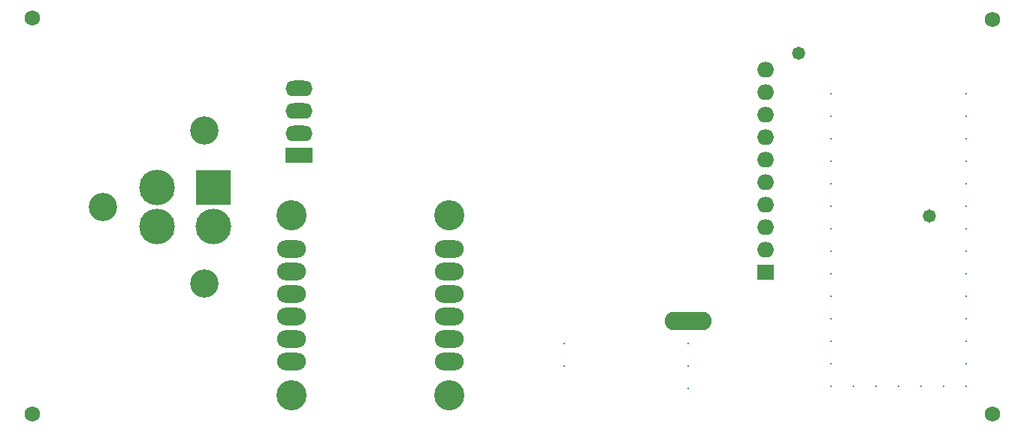
<source format=gbr>
%TF.GenerationSoftware,Altium Limited,Altium Designer,25.1.2 (22)*%
G04 Layer_Color=8388736*
%FSLAX45Y45*%
%MOMM*%
%TF.SameCoordinates,757FA7A9-4291-4AF8-8684-A19F9D108C22*%
%TF.FilePolarity,Negative*%
%TF.FileFunction,Soldermask,Top*%
%TF.Part,Single*%
G01*
G75*
%TA.AperFunction,ComponentPad*%
%ADD11R,1.90500X1.77800*%
%ADD12O,1.90500X1.77800*%
%ADD13O,3.04800X1.77800*%
%ADD16R,3.04800X1.77800*%
%ADD30C,0.20320*%
%ADD31O,3.25120X1.98120*%
%ADD32C,3.40320*%
%ADD33O,5.28320X2.10820*%
%TA.AperFunction,ViaPad*%
%ADD34C,1.72720*%
%TA.AperFunction,ComponentPad*%
%ADD35C,4.01320*%
%ADD36R,4.01320X4.01320*%
%ADD37C,3.19320*%
%TA.AperFunction,ViaPad*%
%ADD38C,1.47320*%
D11*
X11163300Y4191000D02*
D03*
D12*
Y4445000D02*
D03*
Y4699000D02*
D03*
Y4953000D02*
D03*
Y5207000D02*
D03*
Y5461000D02*
D03*
Y5715000D02*
D03*
Y5969000D02*
D03*
Y6223000D02*
D03*
Y6477000D02*
D03*
D13*
X5905500Y5761800D02*
D03*
Y6011800D02*
D03*
Y6261800D02*
D03*
D16*
Y5511800D02*
D03*
D30*
X11899900Y2908300D02*
D03*
Y3162300D02*
D03*
Y3416300D02*
D03*
Y3670300D02*
D03*
Y3924300D02*
D03*
Y4178300D02*
D03*
Y4432300D02*
D03*
Y4686300D02*
D03*
Y4940300D02*
D03*
Y5194300D02*
D03*
Y5448300D02*
D03*
Y5702300D02*
D03*
Y5956300D02*
D03*
Y6210300D02*
D03*
X13423900Y2908300D02*
D03*
Y3162300D02*
D03*
Y3416300D02*
D03*
Y3670300D02*
D03*
Y3924300D02*
D03*
Y4178300D02*
D03*
Y4432300D02*
D03*
Y4686300D02*
D03*
Y4940300D02*
D03*
Y5194300D02*
D03*
Y5448300D02*
D03*
Y5702300D02*
D03*
Y5956300D02*
D03*
Y6210300D02*
D03*
X12153900Y2908300D02*
D03*
X12407900D02*
D03*
X12661900D02*
D03*
X12915900D02*
D03*
X13169901D02*
D03*
X10287000Y3390900D02*
D03*
Y3136900D02*
D03*
Y2882900D02*
D03*
X8890000Y3136900D02*
D03*
Y3390900D02*
D03*
D31*
X7594600Y3187700D02*
D03*
Y3441700D02*
D03*
Y3695700D02*
D03*
Y3949700D02*
D03*
Y4203700D02*
D03*
Y4457700D02*
D03*
X5816600Y3187700D02*
D03*
Y3441700D02*
D03*
Y3695700D02*
D03*
Y3949700D02*
D03*
Y4203700D02*
D03*
Y4457700D02*
D03*
D32*
Y2806700D02*
D03*
Y4838700D02*
D03*
X7594600Y2806700D02*
D03*
Y4838700D02*
D03*
D33*
X10287000Y3644900D02*
D03*
D34*
X13716000Y2590800D02*
D03*
Y7048500D02*
D03*
X2895600Y7061200D02*
D03*
Y2590800D02*
D03*
D35*
X4940700Y4705100D02*
D03*
X4305700D02*
D03*
Y5150100D02*
D03*
D36*
X4940700D02*
D03*
D37*
X4838700Y4062600D02*
D03*
Y5792600D02*
D03*
X3695700Y4927600D02*
D03*
D38*
X13004800Y4826000D02*
D03*
X11531600Y6667500D02*
D03*
%TF.MD5,0bd6411742fd05708255de80043f2924*%
M02*

</source>
